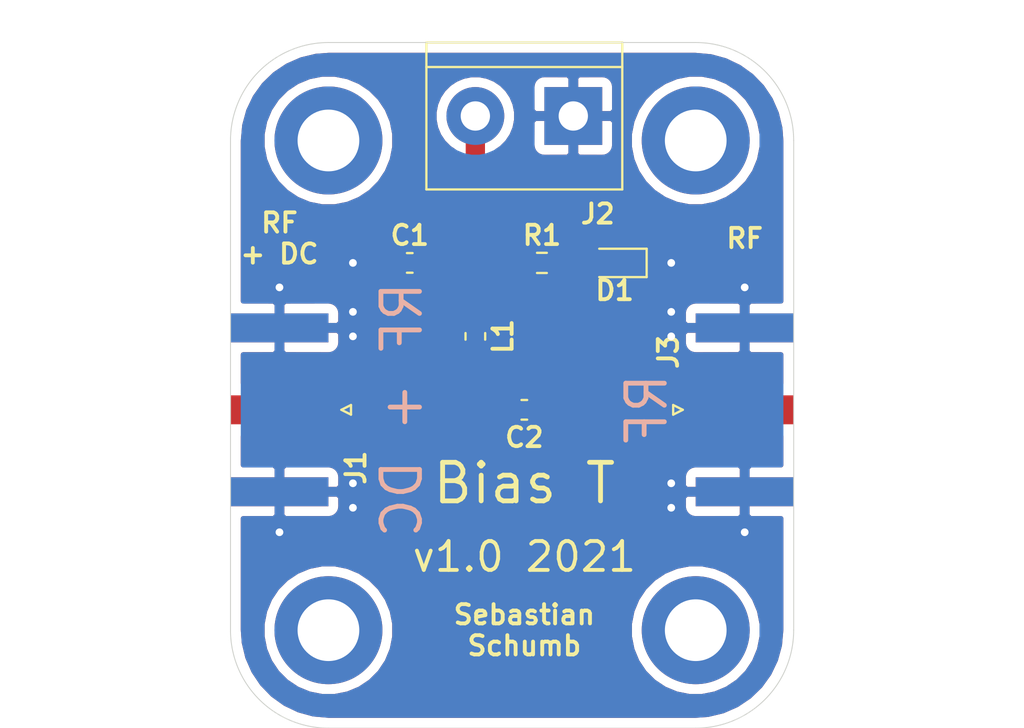
<source format=kicad_pcb>
(kicad_pcb (version 20171130) (host pcbnew 5.1.10)

  (general
    (thickness 1.6)
    (drawings 15)
    (tracks 23)
    (zones 0)
    (modules 12)
    (nets 6)
  )

  (page A4)
  (layers
    (0 F.Cu signal)
    (31 B.Cu signal)
    (32 B.Adhes user)
    (33 F.Adhes user)
    (34 B.Paste user)
    (35 F.Paste user)
    (36 B.SilkS user)
    (37 F.SilkS user)
    (38 B.Mask user)
    (39 F.Mask user)
    (40 Dwgs.User user)
    (41 Cmts.User user)
    (42 Eco1.User user)
    (43 Eco2.User user)
    (44 Edge.Cuts user)
    (45 Margin user)
    (46 B.CrtYd user)
    (47 F.CrtYd user)
    (48 B.Fab user)
    (49 F.Fab user)
  )

  (setup
    (last_trace_width 0.25)
    (user_trace_width 0.75)
    (user_trace_width 1)
    (trace_clearance 0.2)
    (zone_clearance 0.508)
    (zone_45_only no)
    (trace_min 0.2)
    (via_size 0.8)
    (via_drill 0.4)
    (via_min_size 0.4)
    (via_min_drill 0.3)
    (uvia_size 0.3)
    (uvia_drill 0.1)
    (uvias_allowed no)
    (uvia_min_size 0.2)
    (uvia_min_drill 0.1)
    (edge_width 0.05)
    (segment_width 0.2)
    (pcb_text_width 0.3)
    (pcb_text_size 1.5 1.5)
    (mod_edge_width 0.12)
    (mod_text_size 1 1)
    (mod_text_width 0.15)
    (pad_size 1.524 1.524)
    (pad_drill 0.762)
    (pad_to_mask_clearance 0)
    (aux_axis_origin 0 0)
    (visible_elements FFFFFF7F)
    (pcbplotparams
      (layerselection 0x010fc_ffffffff)
      (usegerberextensions false)
      (usegerberattributes true)
      (usegerberadvancedattributes true)
      (creategerberjobfile true)
      (excludeedgelayer true)
      (linewidth 0.100000)
      (plotframeref false)
      (viasonmask false)
      (mode 1)
      (useauxorigin false)
      (hpglpennumber 1)
      (hpglpenspeed 20)
      (hpglpendiameter 15.000000)
      (psnegative false)
      (psa4output false)
      (plotreference true)
      (plotvalue true)
      (plotinvisibletext false)
      (padsonsilk false)
      (subtractmaskfromsilk false)
      (outputformat 1)
      (mirror false)
      (drillshape 0)
      (scaleselection 1)
      (outputdirectory "gerbers"))
  )

  (net 0 "")
  (net 1 "Net-(C1-Pad2)")
  (net 2 GND)
  (net 3 "Net-(C2-Pad2)")
  (net 4 "Net-(C2-Pad1)")
  (net 5 "Net-(D1-Pad2)")

  (net_class Default "This is the default net class."
    (clearance 0.2)
    (trace_width 0.25)
    (via_dia 0.8)
    (via_drill 0.4)
    (uvia_dia 0.3)
    (uvia_drill 0.1)
    (add_net GND)
    (add_net "Net-(C1-Pad2)")
    (add_net "Net-(C2-Pad1)")
    (add_net "Net-(C2-Pad2)")
    (add_net "Net-(D1-Pad2)")
  )

  (module MountingHole:MountingHole_3.2mm_M3_DIN965_Pad (layer F.Cu) (tedit 56D1B4CB) (tstamp 614936B3)
    (at 128.27 100.33)
    (descr "Mounting Hole 3.2mm, M3, DIN965")
    (tags "mounting hole 3.2mm m3 din965")
    (attr virtual)
    (fp_text reference REF** (at 0 -3.8) (layer F.SilkS) hide
      (effects (font (size 1 1) (thickness 0.2)))
    )
    (fp_text value MountingHole_3.2mm_M3_DIN965_Pad (at 0 3.8) (layer F.Fab)
      (effects (font (size 1 1) (thickness 0.2)))
    )
    (fp_circle (center 0 0) (end 2.8 0) (layer Cmts.User) (width 0.15))
    (fp_circle (center 0 0) (end 3.05 0) (layer F.CrtYd) (width 0.05))
    (fp_text user %R (at 0.3 0) (layer F.Fab)
      (effects (font (size 1 1) (thickness 0.2)))
    )
    (pad 1 thru_hole circle (at 0 0) (size 5.6 5.6) (drill 3.2) (layers *.Cu *.Mask))
  )

  (module MountingHole:MountingHole_3.2mm_M3_DIN965_Pad (layer F.Cu) (tedit 56D1B4CB) (tstamp 61493696)
    (at 147.32 100.33)
    (descr "Mounting Hole 3.2mm, M3, DIN965")
    (tags "mounting hole 3.2mm m3 din965")
    (attr virtual)
    (fp_text reference REF** (at 0 -3.8) (layer F.SilkS) hide
      (effects (font (size 1 1) (thickness 0.2)))
    )
    (fp_text value MountingHole_3.2mm_M3_DIN965_Pad (at 0 3.8) (layer F.Fab)
      (effects (font (size 1 1) (thickness 0.2)))
    )
    (fp_circle (center 0 0) (end 2.8 0) (layer Cmts.User) (width 0.15))
    (fp_circle (center 0 0) (end 3.05 0) (layer F.CrtYd) (width 0.05))
    (fp_text user %R (at 0.3 0) (layer F.Fab)
      (effects (font (size 1 1) (thickness 0.2)))
    )
    (pad 1 thru_hole circle (at 0 0) (size 5.6 5.6) (drill 3.2) (layers *.Cu *.Mask))
  )

  (module MountingHole:MountingHole_3.2mm_M3_DIN965_Pad (layer F.Cu) (tedit 56D1B4CB) (tstamp 61493679)
    (at 128.27 74.93)
    (descr "Mounting Hole 3.2mm, M3, DIN965")
    (tags "mounting hole 3.2mm m3 din965")
    (attr virtual)
    (fp_text reference REF** (at 0 -3.8) (layer F.SilkS) hide
      (effects (font (size 1 1) (thickness 0.2)))
    )
    (fp_text value MountingHole_3.2mm_M3_DIN965_Pad (at 0 3.8) (layer F.Fab)
      (effects (font (size 1 1) (thickness 0.2)))
    )
    (fp_circle (center 0 0) (end 2.8 0) (layer Cmts.User) (width 0.15))
    (fp_circle (center 0 0) (end 3.05 0) (layer F.CrtYd) (width 0.05))
    (fp_text user %R (at 0.3 0) (layer F.Fab)
      (effects (font (size 1 1) (thickness 0.2)))
    )
    (pad 1 thru_hole circle (at 0 0) (size 5.6 5.6) (drill 3.2) (layers *.Cu *.Mask))
  )

  (module MountingHole:MountingHole_3.2mm_M3_DIN965_Pad (layer F.Cu) (tedit 56D1B4CB) (tstamp 6149365C)
    (at 147.32 74.93)
    (descr "Mounting Hole 3.2mm, M3, DIN965")
    (tags "mounting hole 3.2mm m3 din965")
    (attr virtual)
    (fp_text reference REF** (at 0 -3.8) (layer F.SilkS) hide
      (effects (font (size 1 1) (thickness 0.2)))
    )
    (fp_text value MountingHole_3.2mm_M3_DIN965_Pad (at 0 3.8) (layer F.Fab)
      (effects (font (size 1 1) (thickness 0.2)))
    )
    (fp_circle (center 0 0) (end 2.8 0) (layer Cmts.User) (width 0.15))
    (fp_circle (center 0 0) (end 3.05 0) (layer F.CrtYd) (width 0.05))
    (fp_text user %R (at 0.3 0) (layer F.Fab)
      (effects (font (size 1 1) (thickness 0.2)))
    )
    (pad 1 thru_hole circle (at 0 0) (size 5.6 5.6) (drill 3.2) (layers *.Cu *.Mask))
  )

  (module Resistor_SMD:R_0603_1608Metric_Pad0.98x0.95mm_HandSolder (layer F.Cu) (tedit 5F68FEEE) (tstamp 61492AB1)
    (at 139.3425 81.28)
    (descr "Resistor SMD 0603 (1608 Metric), square (rectangular) end terminal, IPC_7351 nominal with elongated pad for handsoldering. (Body size source: IPC-SM-782 page 72, https://www.pcb-3d.com/wordpress/wp-content/uploads/ipc-sm-782a_amendment_1_and_2.pdf), generated with kicad-footprint-generator")
    (tags "resistor handsolder")
    (path /6149FE4C)
    (attr smd)
    (fp_text reference R1 (at 0 -1.43) (layer F.SilkS)
      (effects (font (size 1 1) (thickness 0.2)))
    )
    (fp_text value R (at 0 1.43) (layer F.Fab)
      (effects (font (size 1 1) (thickness 0.2)))
    )
    (fp_line (start -0.8 0.4125) (end -0.8 -0.4125) (layer F.Fab) (width 0.1))
    (fp_line (start -0.8 -0.4125) (end 0.8 -0.4125) (layer F.Fab) (width 0.1))
    (fp_line (start 0.8 -0.4125) (end 0.8 0.4125) (layer F.Fab) (width 0.1))
    (fp_line (start 0.8 0.4125) (end -0.8 0.4125) (layer F.Fab) (width 0.1))
    (fp_line (start -0.254724 -0.5225) (end 0.254724 -0.5225) (layer F.SilkS) (width 0.12))
    (fp_line (start -0.254724 0.5225) (end 0.254724 0.5225) (layer F.SilkS) (width 0.12))
    (fp_line (start -1.65 0.73) (end -1.65 -0.73) (layer F.CrtYd) (width 0.05))
    (fp_line (start -1.65 -0.73) (end 1.65 -0.73) (layer F.CrtYd) (width 0.05))
    (fp_line (start 1.65 -0.73) (end 1.65 0.73) (layer F.CrtYd) (width 0.05))
    (fp_line (start 1.65 0.73) (end -1.65 0.73) (layer F.CrtYd) (width 0.05))
    (fp_text user %R (at 0 0) (layer F.Fab)
      (effects (font (size 0.4 0.4) (thickness 0.06)))
    )
    (pad 2 smd roundrect (at 0.9125 0) (size 0.975 0.95) (layers F.Cu F.Paste F.Mask) (roundrect_rratio 0.25)
      (net 5 "Net-(D1-Pad2)"))
    (pad 1 smd roundrect (at -0.9125 0) (size 0.975 0.95) (layers F.Cu F.Paste F.Mask) (roundrect_rratio 0.25)
      (net 1 "Net-(C1-Pad2)"))
    (model ${KISYS3DMOD}/Resistor_SMD.3dshapes/R_0603_1608Metric.wrl
      (at (xyz 0 0 0))
      (scale (xyz 1 1 1))
      (rotate (xyz 0 0 0))
    )
  )

  (module Inductor_SMD:L_0603_1608Metric_Pad1.05x0.95mm_HandSolder (layer F.Cu) (tedit 5F68FEF0) (tstamp 61492AA0)
    (at 135.89 85.09 270)
    (descr "Inductor SMD 0603 (1608 Metric), square (rectangular) end terminal, IPC_7351 nominal with elongated pad for handsoldering. (Body size source: http://www.tortai-tech.com/upload/download/2011102023233369053.pdf), generated with kicad-footprint-generator")
    (tags "inductor handsolder")
    (path /6148E6AB)
    (attr smd)
    (fp_text reference L1 (at 0 -1.43 90) (layer F.SilkS)
      (effects (font (size 1 1) (thickness 0.2)))
    )
    (fp_text value L (at 0 1.43 90) (layer F.Fab)
      (effects (font (size 1 1) (thickness 0.2)))
    )
    (fp_line (start -0.8 0.4) (end -0.8 -0.4) (layer F.Fab) (width 0.1))
    (fp_line (start -0.8 -0.4) (end 0.8 -0.4) (layer F.Fab) (width 0.1))
    (fp_line (start 0.8 -0.4) (end 0.8 0.4) (layer F.Fab) (width 0.1))
    (fp_line (start 0.8 0.4) (end -0.8 0.4) (layer F.Fab) (width 0.1))
    (fp_line (start -0.171267 -0.51) (end 0.171267 -0.51) (layer F.SilkS) (width 0.12))
    (fp_line (start -0.171267 0.51) (end 0.171267 0.51) (layer F.SilkS) (width 0.12))
    (fp_line (start -1.65 0.73) (end -1.65 -0.73) (layer F.CrtYd) (width 0.05))
    (fp_line (start -1.65 -0.73) (end 1.65 -0.73) (layer F.CrtYd) (width 0.05))
    (fp_line (start 1.65 -0.73) (end 1.65 0.73) (layer F.CrtYd) (width 0.05))
    (fp_line (start 1.65 0.73) (end -1.65 0.73) (layer F.CrtYd) (width 0.05))
    (fp_text user %R (at 0 0 90) (layer F.Fab)
      (effects (font (size 0.4 0.4) (thickness 0.06)))
    )
    (pad 2 smd roundrect (at 0.875 0 270) (size 1.05 0.95) (layers F.Cu F.Paste F.Mask) (roundrect_rratio 0.25)
      (net 3 "Net-(C2-Pad2)"))
    (pad 1 smd roundrect (at -0.875 0 270) (size 1.05 0.95) (layers F.Cu F.Paste F.Mask) (roundrect_rratio 0.25)
      (net 1 "Net-(C1-Pad2)"))
    (model ${KISYS3DMOD}/Inductor_SMD.3dshapes/L_0603_1608Metric.wrl
      (at (xyz 0 0 0))
      (scale (xyz 1 1 1))
      (rotate (xyz 0 0 0))
    )
  )

  (module Connector_Coaxial:SMA_Amphenol_132289_EdgeMount (layer F.Cu) (tedit 5A1C1810) (tstamp 61492A8F)
    (at 149.86 88.9)
    (descr http://www.amphenolrf.com/132289.html)
    (tags SMA)
    (path /6148D41E)
    (attr smd)
    (fp_text reference J3 (at -3.96 -3 90) (layer F.SilkS)
      (effects (font (size 1 1) (thickness 0.2)))
    )
    (fp_text value Conn_Coaxial (at 5 6) (layer F.Fab)
      (effects (font (size 1 1) (thickness 0.2)))
    )
    (fp_line (start -3.71 0.25) (end -3.21 0) (layer F.SilkS) (width 0.12))
    (fp_line (start -3.71 -0.25) (end -3.71 0.25) (layer F.SilkS) (width 0.12))
    (fp_line (start -3.21 0) (end -3.71 -0.25) (layer F.SilkS) (width 0.12))
    (fp_line (start 3.54 0) (end 2.54 0.75) (layer F.Fab) (width 0.1))
    (fp_line (start 2.54 -0.75) (end 3.54 0) (layer F.Fab) (width 0.1))
    (fp_line (start 14.47 -5.58) (end -3.04 -5.58) (layer F.CrtYd) (width 0.05))
    (fp_line (start 14.47 -5.58) (end 14.47 5.58) (layer F.CrtYd) (width 0.05))
    (fp_line (start 14.47 5.58) (end -3.04 5.58) (layer F.CrtYd) (width 0.05))
    (fp_line (start -3.04 5.58) (end -3.04 -5.58) (layer F.CrtYd) (width 0.05))
    (fp_line (start 14.47 -5.58) (end -3.04 -5.58) (layer B.CrtYd) (width 0.05))
    (fp_line (start 14.47 -5.58) (end 14.47 5.58) (layer B.CrtYd) (width 0.05))
    (fp_line (start 14.47 5.58) (end -3.04 5.58) (layer B.CrtYd) (width 0.05))
    (fp_line (start -3.04 5.58) (end -3.04 -5.58) (layer B.CrtYd) (width 0.05))
    (fp_line (start 4.445 -3.81) (end 13.97 -3.81) (layer F.Fab) (width 0.1))
    (fp_line (start 13.97 -3.81) (end 13.97 3.81) (layer F.Fab) (width 0.1))
    (fp_line (start 13.97 3.81) (end 4.445 3.81) (layer F.Fab) (width 0.1))
    (fp_line (start 4.445 5.08) (end 4.445 3.81) (layer F.Fab) (width 0.1))
    (fp_line (start 4.445 -3.81) (end 4.445 -5.08) (layer F.Fab) (width 0.1))
    (fp_line (start -1.91 -5.08) (end 4.445 -5.08) (layer F.Fab) (width 0.1))
    (fp_line (start -1.91 -5.08) (end -1.91 -3.81) (layer F.Fab) (width 0.1))
    (fp_line (start -1.91 -3.81) (end 2.54 -3.81) (layer F.Fab) (width 0.1))
    (fp_line (start 2.54 -3.81) (end 2.54 3.81) (layer F.Fab) (width 0.1))
    (fp_line (start 2.54 3.81) (end -1.91 3.81) (layer F.Fab) (width 0.1))
    (fp_line (start -1.91 3.81) (end -1.91 5.08) (layer F.Fab) (width 0.1))
    (fp_line (start -1.91 5.08) (end 4.445 5.08) (layer F.Fab) (width 0.1))
    (fp_text user %R (at 4.79 0 270) (layer F.Fab)
      (effects (font (size 1 1) (thickness 0.2)))
    )
    (pad 1 smd rect (at 0 0 90) (size 1.5 5.08) (layers F.Cu F.Paste F.Mask)
      (net 4 "Net-(C2-Pad1)"))
    (pad 2 smd rect (at 0 -4.25 90) (size 1.5 5.08) (layers F.Cu F.Paste F.Mask)
      (net 2 GND))
    (pad 2 smd rect (at 0 4.25 90) (size 1.5 5.08) (layers F.Cu F.Paste F.Mask)
      (net 2 GND))
    (pad 2 smd rect (at 0 -4.25 90) (size 1.5 5.08) (layers B.Cu B.Paste B.Mask)
      (net 2 GND))
    (pad 2 smd rect (at 0 4.25 90) (size 1.5 5.08) (layers B.Cu B.Paste B.Mask)
      (net 2 GND))
    (model ${KISYS3DMOD}/Connector_Coaxial.3dshapes/SMA_Amphenol_132289_EdgeMount.wrl
      (at (xyz 0 0 0))
      (scale (xyz 1 1 1))
      (rotate (xyz 0 0 0))
    )
  )

  (module TerminalBlock:TerminalBlock_bornier-2_P5.08mm (layer F.Cu) (tedit 59FF03AB) (tstamp 61492A6C)
    (at 140.97 73.66 180)
    (descr "simple 2-pin terminal block, pitch 5.08mm, revamped version of bornier2")
    (tags "terminal block bornier2")
    (path /61494469)
    (fp_text reference J2 (at -1.27 -5.08) (layer F.SilkS)
      (effects (font (size 1 1) (thickness 0.2)))
    )
    (fp_text value Conn_01x02 (at 2.54 5.08) (layer F.Fab)
      (effects (font (size 1 1) (thickness 0.2)))
    )
    (fp_line (start -2.41 2.55) (end 7.49 2.55) (layer F.Fab) (width 0.1))
    (fp_line (start -2.46 -3.75) (end -2.46 3.75) (layer F.Fab) (width 0.1))
    (fp_line (start -2.46 3.75) (end 7.54 3.75) (layer F.Fab) (width 0.1))
    (fp_line (start 7.54 3.75) (end 7.54 -3.75) (layer F.Fab) (width 0.1))
    (fp_line (start 7.54 -3.75) (end -2.46 -3.75) (layer F.Fab) (width 0.1))
    (fp_line (start 7.62 2.54) (end -2.54 2.54) (layer F.SilkS) (width 0.12))
    (fp_line (start 7.62 3.81) (end 7.62 -3.81) (layer F.SilkS) (width 0.12))
    (fp_line (start 7.62 -3.81) (end -2.54 -3.81) (layer F.SilkS) (width 0.12))
    (fp_line (start -2.54 -3.81) (end -2.54 3.81) (layer F.SilkS) (width 0.12))
    (fp_line (start -2.54 3.81) (end 7.62 3.81) (layer F.SilkS) (width 0.12))
    (fp_line (start -2.71 -4) (end 7.79 -4) (layer F.CrtYd) (width 0.05))
    (fp_line (start -2.71 -4) (end -2.71 4) (layer F.CrtYd) (width 0.05))
    (fp_line (start 7.79 4) (end 7.79 -4) (layer F.CrtYd) (width 0.05))
    (fp_line (start 7.79 4) (end -2.71 4) (layer F.CrtYd) (width 0.05))
    (fp_text user %R (at 2.54 0) (layer F.Fab)
      (effects (font (size 1 1) (thickness 0.2)))
    )
    (pad 2 thru_hole circle (at 5.08 0 180) (size 3 3) (drill 1.52) (layers *.Cu *.Mask)
      (net 1 "Net-(C1-Pad2)"))
    (pad 1 thru_hole rect (at 0 0 180) (size 3 3) (drill 1.52) (layers *.Cu *.Mask)
      (net 2 GND))
    (model ${KISYS3DMOD}/TerminalBlock.3dshapes/TerminalBlock_bornier-2_P5.08mm.wrl
      (offset (xyz 2.539999961853027 0 0))
      (scale (xyz 1 1 1))
      (rotate (xyz 0 0 0))
    )
  )

  (module Connector_Coaxial:SMA_Amphenol_132289_EdgeMount (layer F.Cu) (tedit 5A1C1810) (tstamp 61492A57)
    (at 125.73 88.9 180)
    (descr http://www.amphenolrf.com/132289.html)
    (tags SMA)
    (path /6148C8E0)
    (attr smd)
    (fp_text reference J1 (at -3.96 -3 90) (layer F.SilkS)
      (effects (font (size 1 1) (thickness 0.2)))
    )
    (fp_text value Conn_Coaxial (at 5 6) (layer F.Fab)
      (effects (font (size 1 1) (thickness 0.2)))
    )
    (fp_line (start -3.71 0.25) (end -3.21 0) (layer F.SilkS) (width 0.12))
    (fp_line (start -3.71 -0.25) (end -3.71 0.25) (layer F.SilkS) (width 0.12))
    (fp_line (start -3.21 0) (end -3.71 -0.25) (layer F.SilkS) (width 0.12))
    (fp_line (start 3.54 0) (end 2.54 0.75) (layer F.Fab) (width 0.1))
    (fp_line (start 2.54 -0.75) (end 3.54 0) (layer F.Fab) (width 0.1))
    (fp_line (start 14.47 -5.58) (end -3.04 -5.58) (layer F.CrtYd) (width 0.05))
    (fp_line (start 14.47 -5.58) (end 14.47 5.58) (layer F.CrtYd) (width 0.05))
    (fp_line (start 14.47 5.58) (end -3.04 5.58) (layer F.CrtYd) (width 0.05))
    (fp_line (start -3.04 5.58) (end -3.04 -5.58) (layer F.CrtYd) (width 0.05))
    (fp_line (start 14.47 -5.58) (end -3.04 -5.58) (layer B.CrtYd) (width 0.05))
    (fp_line (start 14.47 -5.58) (end 14.47 5.58) (layer B.CrtYd) (width 0.05))
    (fp_line (start 14.47 5.58) (end -3.04 5.58) (layer B.CrtYd) (width 0.05))
    (fp_line (start -3.04 5.58) (end -3.04 -5.58) (layer B.CrtYd) (width 0.05))
    (fp_line (start 4.445 -3.81) (end 13.97 -3.81) (layer F.Fab) (width 0.1))
    (fp_line (start 13.97 -3.81) (end 13.97 3.81) (layer F.Fab) (width 0.1))
    (fp_line (start 13.97 3.81) (end 4.445 3.81) (layer F.Fab) (width 0.1))
    (fp_line (start 4.445 5.08) (end 4.445 3.81) (layer F.Fab) (width 0.1))
    (fp_line (start 4.445 -3.81) (end 4.445 -5.08) (layer F.Fab) (width 0.1))
    (fp_line (start -1.91 -5.08) (end 4.445 -5.08) (layer F.Fab) (width 0.1))
    (fp_line (start -1.91 -5.08) (end -1.91 -3.81) (layer F.Fab) (width 0.1))
    (fp_line (start -1.91 -3.81) (end 2.54 -3.81) (layer F.Fab) (width 0.1))
    (fp_line (start 2.54 -3.81) (end 2.54 3.81) (layer F.Fab) (width 0.1))
    (fp_line (start 2.54 3.81) (end -1.91 3.81) (layer F.Fab) (width 0.1))
    (fp_line (start -1.91 3.81) (end -1.91 5.08) (layer F.Fab) (width 0.1))
    (fp_line (start -1.91 5.08) (end 4.445 5.08) (layer F.Fab) (width 0.1))
    (fp_text user %R (at 4.79 0 270) (layer F.Fab)
      (effects (font (size 1 1) (thickness 0.2)))
    )
    (pad 1 smd rect (at 0 0 270) (size 1.5 5.08) (layers F.Cu F.Paste F.Mask)
      (net 3 "Net-(C2-Pad2)"))
    (pad 2 smd rect (at 0 -4.25 270) (size 1.5 5.08) (layers F.Cu F.Paste F.Mask)
      (net 2 GND))
    (pad 2 smd rect (at 0 4.25 270) (size 1.5 5.08) (layers F.Cu F.Paste F.Mask)
      (net 2 GND))
    (pad 2 smd rect (at 0 -4.25 270) (size 1.5 5.08) (layers B.Cu B.Paste B.Mask)
      (net 2 GND))
    (pad 2 smd rect (at 0 4.25 270) (size 1.5 5.08) (layers B.Cu B.Paste B.Mask)
      (net 2 GND))
    (model ${KISYS3DMOD}/Connector_Coaxial.3dshapes/SMA_Amphenol_132289_EdgeMount.wrl
      (at (xyz 0 0 0))
      (scale (xyz 1 1 1))
      (rotate (xyz 0 0 0))
    )
  )

  (module LED_SMD:LED_0603_1608Metric_Pad1.05x0.95mm_HandSolder (layer F.Cu) (tedit 5F68FEF1) (tstamp 61492A34)
    (at 143.115 81.28 180)
    (descr "LED SMD 0603 (1608 Metric), square (rectangular) end terminal, IPC_7351 nominal, (Body size source: http://www.tortai-tech.com/upload/download/2011102023233369053.pdf), generated with kicad-footprint-generator")
    (tags "LED handsolder")
    (path /614A0B69)
    (attr smd)
    (fp_text reference D1 (at 0 -1.43) (layer F.SilkS)
      (effects (font (size 1 1) (thickness 0.2)))
    )
    (fp_text value LED (at 0 1.43) (layer F.Fab)
      (effects (font (size 1 1) (thickness 0.2)))
    )
    (fp_line (start 0.8 -0.4) (end -0.5 -0.4) (layer F.Fab) (width 0.1))
    (fp_line (start -0.5 -0.4) (end -0.8 -0.1) (layer F.Fab) (width 0.1))
    (fp_line (start -0.8 -0.1) (end -0.8 0.4) (layer F.Fab) (width 0.1))
    (fp_line (start -0.8 0.4) (end 0.8 0.4) (layer F.Fab) (width 0.1))
    (fp_line (start 0.8 0.4) (end 0.8 -0.4) (layer F.Fab) (width 0.1))
    (fp_line (start 0.8 -0.735) (end -1.66 -0.735) (layer F.SilkS) (width 0.12))
    (fp_line (start -1.66 -0.735) (end -1.66 0.735) (layer F.SilkS) (width 0.12))
    (fp_line (start -1.66 0.735) (end 0.8 0.735) (layer F.SilkS) (width 0.12))
    (fp_line (start -1.65 0.73) (end -1.65 -0.73) (layer F.CrtYd) (width 0.05))
    (fp_line (start -1.65 -0.73) (end 1.65 -0.73) (layer F.CrtYd) (width 0.05))
    (fp_line (start 1.65 -0.73) (end 1.65 0.73) (layer F.CrtYd) (width 0.05))
    (fp_line (start 1.65 0.73) (end -1.65 0.73) (layer F.CrtYd) (width 0.05))
    (fp_text user %R (at 0 0) (layer F.Fab)
      (effects (font (size 0.4 0.4) (thickness 0.06)))
    )
    (pad 2 smd roundrect (at 0.875 0 180) (size 1.05 0.95) (layers F.Cu F.Paste F.Mask) (roundrect_rratio 0.25)
      (net 5 "Net-(D1-Pad2)"))
    (pad 1 smd roundrect (at -0.875 0 180) (size 1.05 0.95) (layers F.Cu F.Paste F.Mask) (roundrect_rratio 0.25)
      (net 2 GND))
    (model ${KISYS3DMOD}/LED_SMD.3dshapes/LED_0603_1608Metric.wrl
      (at (xyz 0 0 0))
      (scale (xyz 1 1 1))
      (rotate (xyz 0 0 0))
    )
  )

  (module Capacitor_SMD:C_0603_1608Metric_Pad1.08x0.95mm_HandSolder (layer F.Cu) (tedit 5F68FEEF) (tstamp 61492A21)
    (at 138.43 88.9 180)
    (descr "Capacitor SMD 0603 (1608 Metric), square (rectangular) end terminal, IPC_7351 nominal with elongated pad for handsoldering. (Body size source: IPC-SM-782 page 76, https://www.pcb-3d.com/wordpress/wp-content/uploads/ipc-sm-782a_amendment_1_and_2.pdf), generated with kicad-footprint-generator")
    (tags "capacitor handsolder")
    (path /6148DF86)
    (attr smd)
    (fp_text reference C2 (at 0 -1.43) (layer F.SilkS)
      (effects (font (size 1 1) (thickness 0.2)))
    )
    (fp_text value C (at 0 1.43) (layer F.Fab)
      (effects (font (size 1 1) (thickness 0.2)))
    )
    (fp_line (start -0.8 0.4) (end -0.8 -0.4) (layer F.Fab) (width 0.1))
    (fp_line (start -0.8 -0.4) (end 0.8 -0.4) (layer F.Fab) (width 0.1))
    (fp_line (start 0.8 -0.4) (end 0.8 0.4) (layer F.Fab) (width 0.1))
    (fp_line (start 0.8 0.4) (end -0.8 0.4) (layer F.Fab) (width 0.1))
    (fp_line (start -0.146267 -0.51) (end 0.146267 -0.51) (layer F.SilkS) (width 0.12))
    (fp_line (start -0.146267 0.51) (end 0.146267 0.51) (layer F.SilkS) (width 0.12))
    (fp_line (start -1.65 0.73) (end -1.65 -0.73) (layer F.CrtYd) (width 0.05))
    (fp_line (start -1.65 -0.73) (end 1.65 -0.73) (layer F.CrtYd) (width 0.05))
    (fp_line (start 1.65 -0.73) (end 1.65 0.73) (layer F.CrtYd) (width 0.05))
    (fp_line (start 1.65 0.73) (end -1.65 0.73) (layer F.CrtYd) (width 0.05))
    (fp_text user %R (at 0 0) (layer F.Fab)
      (effects (font (size 0.4 0.4) (thickness 0.06)))
    )
    (pad 2 smd roundrect (at 0.8625 0 180) (size 1.075 0.95) (layers F.Cu F.Paste F.Mask) (roundrect_rratio 0.25)
      (net 3 "Net-(C2-Pad2)"))
    (pad 1 smd roundrect (at -0.8625 0 180) (size 1.075 0.95) (layers F.Cu F.Paste F.Mask) (roundrect_rratio 0.25)
      (net 4 "Net-(C2-Pad1)"))
    (model ${KISYS3DMOD}/Capacitor_SMD.3dshapes/C_0603_1608Metric.wrl
      (at (xyz 0 0 0))
      (scale (xyz 1 1 1))
      (rotate (xyz 0 0 0))
    )
  )

  (module Capacitor_SMD:C_0603_1608Metric_Pad1.08x0.95mm_HandSolder (layer F.Cu) (tedit 5F68FEEF) (tstamp 61492A10)
    (at 132.4875 81.28)
    (descr "Capacitor SMD 0603 (1608 Metric), square (rectangular) end terminal, IPC_7351 nominal with elongated pad for handsoldering. (Body size source: IPC-SM-782 page 76, https://www.pcb-3d.com/wordpress/wp-content/uploads/ipc-sm-782a_amendment_1_and_2.pdf), generated with kicad-footprint-generator")
    (tags "capacitor handsolder")
    (path /6148F08A)
    (attr smd)
    (fp_text reference C1 (at 0 -1.43) (layer F.SilkS)
      (effects (font (size 1 1) (thickness 0.2)))
    )
    (fp_text value C (at 0 1.43) (layer F.Fab)
      (effects (font (size 1 1) (thickness 0.2)))
    )
    (fp_line (start -0.8 0.4) (end -0.8 -0.4) (layer F.Fab) (width 0.1))
    (fp_line (start -0.8 -0.4) (end 0.8 -0.4) (layer F.Fab) (width 0.1))
    (fp_line (start 0.8 -0.4) (end 0.8 0.4) (layer F.Fab) (width 0.1))
    (fp_line (start 0.8 0.4) (end -0.8 0.4) (layer F.Fab) (width 0.1))
    (fp_line (start -0.146267 -0.51) (end 0.146267 -0.51) (layer F.SilkS) (width 0.12))
    (fp_line (start -0.146267 0.51) (end 0.146267 0.51) (layer F.SilkS) (width 0.12))
    (fp_line (start -1.65 0.73) (end -1.65 -0.73) (layer F.CrtYd) (width 0.05))
    (fp_line (start -1.65 -0.73) (end 1.65 -0.73) (layer F.CrtYd) (width 0.05))
    (fp_line (start 1.65 -0.73) (end 1.65 0.73) (layer F.CrtYd) (width 0.05))
    (fp_line (start 1.65 0.73) (end -1.65 0.73) (layer F.CrtYd) (width 0.05))
    (fp_text user %R (at 0 0) (layer F.Fab)
      (effects (font (size 0.4 0.4) (thickness 0.06)))
    )
    (pad 2 smd roundrect (at 0.8625 0) (size 1.075 0.95) (layers F.Cu F.Paste F.Mask) (roundrect_rratio 0.25)
      (net 1 "Net-(C1-Pad2)"))
    (pad 1 smd roundrect (at -0.8625 0) (size 1.075 0.95) (layers F.Cu F.Paste F.Mask) (roundrect_rratio 0.25)
      (net 2 GND))
    (model ${KISYS3DMOD}/Capacitor_SMD.3dshapes/C_0603_1608Metric.wrl
      (at (xyz 0 0 0))
      (scale (xyz 1 1 1))
      (rotate (xyz 0 0 0))
    )
  )

  (gr_text RF (at 144.78 88.9 90) (layer B.SilkS)
    (effects (font (size 2 2) (thickness 0.25)) (justify mirror))
  )
  (gr_text "RF + DC" (at 132.08 88.9 90) (layer B.SilkS)
    (effects (font (size 2 2) (thickness 0.25)) (justify mirror))
  )
  (gr_text "Sebastian\nSchumb" (at 138.43 100.33) (layer F.SilkS)
    (effects (font (size 1 1) (thickness 0.2)))
  )
  (gr_text "v1.0 2021" (at 138.43 96.52) (layer F.SilkS)
    (effects (font (size 1.5 1.5) (thickness 0.2)))
  )
  (gr_text RF (at 149.86 80.01) (layer F.SilkS)
    (effects (font (size 1 1) (thickness 0.2)))
  )
  (gr_text "RF\n+ DC" (at 125.73 80.01) (layer F.SilkS)
    (effects (font (size 1 1) (thickness 0.2)))
  )
  (gr_text "Bias T" (at 138.43 92.71) (layer F.SilkS)
    (effects (font (size 2 2) (thickness 0.25)))
  )
  (gr_line (start 123.19 74.93) (end 123.19 100.33) (layer Edge.Cuts) (width 0.05) (tstamp 614936E0))
  (gr_line (start 147.32 69.85) (end 128.27 69.85) (layer Edge.Cuts) (width 0.05) (tstamp 614936DF))
  (gr_line (start 152.4 100.33) (end 152.4 74.93) (layer Edge.Cuts) (width 0.05) (tstamp 614936DE))
  (gr_line (start 128.27 105.41) (end 147.32 105.41) (layer Edge.Cuts) (width 0.05) (tstamp 614936DD))
  (gr_arc (start 147.32 100.33) (end 147.32 105.41) (angle -90) (layer Edge.Cuts) (width 0.05))
  (gr_arc (start 128.27 100.33) (end 123.19 100.33) (angle -90) (layer Edge.Cuts) (width 0.05))
  (gr_arc (start 128.27 74.93) (end 128.27 69.85) (angle -90) (layer Edge.Cuts) (width 0.05))
  (gr_arc (start 147.32 74.93) (end 152.4 74.93) (angle -90) (layer Edge.Cuts) (width 0.05))

  (segment (start 133.35 81.28) (end 135.89 81.28) (width 1) (layer F.Cu) (net 1))
  (segment (start 135.89 81.28) (end 135.89 73.66) (width 1) (layer F.Cu) (net 1))
  (segment (start 135.89 84.215) (end 135.89 81.28) (width 1) (layer F.Cu) (net 1))
  (segment (start 135.89 81.28) (end 138.43 81.28) (width 1) (layer F.Cu) (net 1))
  (via (at 129.54 92.71) (size 0.8) (drill 0.4) (layers F.Cu B.Cu) (net 2))
  (via (at 129.54 93.98) (size 0.8) (drill 0.4) (layers F.Cu B.Cu) (net 2))
  (via (at 125.73 95.25) (size 0.8) (drill 0.4) (layers F.Cu B.Cu) (net 2))
  (via (at 125.73 82.55) (size 0.8) (drill 0.4) (layers F.Cu B.Cu) (net 2))
  (via (at 129.54 85.09) (size 0.8) (drill 0.4) (layers F.Cu B.Cu) (net 2))
  (via (at 129.54 83.82) (size 0.8) (drill 0.4) (layers F.Cu B.Cu) (net 2))
  (via (at 146.05 85.09) (size 0.8) (drill 0.4) (layers F.Cu B.Cu) (net 2))
  (via (at 146.05 83.82) (size 0.8) (drill 0.4) (layers F.Cu B.Cu) (net 2))
  (via (at 149.86 82.55) (size 0.8) (drill 0.4) (layers F.Cu B.Cu) (net 2))
  (via (at 149.86 95.25) (size 0.8) (drill 0.4) (layers F.Cu B.Cu) (net 2))
  (via (at 146.05 93.98) (size 0.8) (drill 0.4) (layers F.Cu B.Cu) (net 2))
  (via (at 146.05 92.71) (size 0.8) (drill 0.4) (layers F.Cu B.Cu) (net 2))
  (via (at 146.05 81.28) (size 0.8) (drill 0.4) (layers F.Cu B.Cu) (net 2))
  (via (at 129.54 81.28) (size 0.8) (drill 0.4) (layers F.Cu B.Cu) (net 2))
  (segment (start 135.89 88.9) (end 135.89 85.965) (width 1) (layer F.Cu) (net 3))
  (segment (start 125.73 88.9) (end 135.89 88.9) (width 1) (layer F.Cu) (net 3))
  (segment (start 135.89 88.9) (end 137.5675 88.9) (width 1) (layer F.Cu) (net 3))
  (segment (start 139.2925 88.9) (end 149.86 88.9) (width 1) (layer F.Cu) (net 4))
  (segment (start 140.255 81.28) (end 142.24 81.28) (width 1) (layer F.Cu) (net 5))

  (zone (net 2) (net_name GND) (layer F.Cu) (tstamp 614A3752) (hatch edge 0.508)
    (connect_pads (clearance 0.508))
    (min_thickness 0.254)
    (fill yes (arc_segments 32) (thermal_gap 0.508) (thermal_bridge_width 0.508))
    (polygon
      (pts
        (xy 152.4 105.41) (xy 123.19 105.41) (xy 123.19 69.85) (xy 152.4 69.85)
      )
    )
    (filled_polygon
      (pts
        (xy 138.506058 89.865512) (xy 138.657433 89.946423) (xy 138.821684 89.996248) (xy 138.9925 90.013072) (xy 139.051854 90.013072)
        (xy 139.070001 90.018577) (xy 139.236748 90.035) (xy 146.814499 90.035) (xy 146.868815 90.101185) (xy 146.965506 90.180537)
        (xy 147.07582 90.239502) (xy 147.195518 90.275812) (xy 147.32 90.288072) (xy 151.74 90.288072) (xy 151.74 91.762827)
        (xy 150.14575 91.765) (xy 149.987 91.92375) (xy 149.987 93.023) (xy 150.007 93.023) (xy 150.007 93.277)
        (xy 149.987 93.277) (xy 149.987 94.37625) (xy 150.14575 94.535) (xy 151.74 94.537173) (xy 151.74 100.300608)
        (xy 151.667563 101.112249) (xy 151.460328 101.869774) (xy 151.122221 102.578627) (xy 150.663928 103.21641) (xy 150.099945 103.762946)
        (xy 149.448085 104.200978) (xy 148.728963 104.516651) (xy 147.960232 104.701206) (xy 147.295792 104.75) (xy 128.299392 104.75)
        (xy 127.487751 104.677563) (xy 126.730226 104.470328) (xy 126.021373 104.132221) (xy 125.38359 103.673928) (xy 124.837054 103.109945)
        (xy 124.399022 102.458085) (xy 124.083349 101.738963) (xy 123.898794 100.970232) (xy 123.85 100.305792) (xy 123.85 99.991682)
        (xy 124.835 99.991682) (xy 124.835 100.668318) (xy 124.967006 101.331952) (xy 125.225943 101.957082) (xy 125.601862 102.519685)
        (xy 126.080315 102.998138) (xy 126.642918 103.374057) (xy 127.268048 103.632994) (xy 127.931682 103.765) (xy 128.608318 103.765)
        (xy 129.271952 103.632994) (xy 129.897082 103.374057) (xy 130.459685 102.998138) (xy 130.938138 102.519685) (xy 131.314057 101.957082)
        (xy 131.572994 101.331952) (xy 131.705 100.668318) (xy 131.705 99.991682) (xy 143.885 99.991682) (xy 143.885 100.668318)
        (xy 144.017006 101.331952) (xy 144.275943 101.957082) (xy 144.651862 102.519685) (xy 145.130315 102.998138) (xy 145.692918 103.374057)
        (xy 146.318048 103.632994) (xy 146.981682 103.765) (xy 147.658318 103.765) (xy 148.321952 103.632994) (xy 148.947082 103.374057)
        (xy 149.509685 102.998138) (xy 149.988138 102.519685) (xy 150.364057 101.957082) (xy 150.622994 101.331952) (xy 150.755 100.668318)
        (xy 150.755 99.991682) (xy 150.622994 99.328048) (xy 150.364057 98.702918) (xy 149.988138 98.140315) (xy 149.509685 97.661862)
        (xy 148.947082 97.285943) (xy 148.321952 97.027006) (xy 147.658318 96.895) (xy 146.981682 96.895) (xy 146.318048 97.027006)
        (xy 145.692918 97.285943) (xy 145.130315 97.661862) (xy 144.651862 98.140315) (xy 144.275943 98.702918) (xy 144.017006 99.328048)
        (xy 143.885 99.991682) (xy 131.705 99.991682) (xy 131.572994 99.328048) (xy 131.314057 98.702918) (xy 130.938138 98.140315)
        (xy 130.459685 97.661862) (xy 129.897082 97.285943) (xy 129.271952 97.027006) (xy 128.608318 96.895) (xy 127.931682 96.895)
        (xy 127.268048 97.027006) (xy 126.642918 97.285943) (xy 126.080315 97.661862) (xy 125.601862 98.140315) (xy 125.225943 98.702918)
        (xy 124.967006 99.328048) (xy 124.835 99.991682) (xy 123.85 99.991682) (xy 123.85 94.537173) (xy 125.44425 94.535)
        (xy 125.603 94.37625) (xy 125.603 93.277) (xy 125.857 93.277) (xy 125.857 94.37625) (xy 126.01575 94.535)
        (xy 128.27 94.538072) (xy 128.394482 94.525812) (xy 128.51418 94.489502) (xy 128.624494 94.430537) (xy 128.721185 94.351185)
        (xy 128.800537 94.254494) (xy 128.859502 94.14418) (xy 128.895812 94.024482) (xy 128.908072 93.9) (xy 146.681928 93.9)
        (xy 146.694188 94.024482) (xy 146.730498 94.14418) (xy 146.789463 94.254494) (xy 146.868815 94.351185) (xy 146.965506 94.430537)
        (xy 147.07582 94.489502) (xy 147.195518 94.525812) (xy 147.32 94.538072) (xy 149.57425 94.535) (xy 149.733 94.37625)
        (xy 149.733 93.277) (xy 146.84375 93.277) (xy 146.685 93.43575) (xy 146.681928 93.9) (xy 128.908072 93.9)
        (xy 128.905 93.43575) (xy 128.74625 93.277) (xy 125.857 93.277) (xy 125.603 93.277) (xy 125.583 93.277)
        (xy 125.583 93.023) (xy 125.603 93.023) (xy 125.603 91.92375) (xy 125.857 91.92375) (xy 125.857 93.023)
        (xy 128.74625 93.023) (xy 128.905 92.86425) (xy 128.908072 92.4) (xy 146.681928 92.4) (xy 146.685 92.86425)
        (xy 146.84375 93.023) (xy 149.733 93.023) (xy 149.733 91.92375) (xy 149.57425 91.765) (xy 147.32 91.761928)
        (xy 147.195518 91.774188) (xy 147.07582 91.810498) (xy 146.965506 91.869463) (xy 146.868815 91.948815) (xy 146.789463 92.045506)
        (xy 146.730498 92.15582) (xy 146.694188 92.275518) (xy 146.681928 92.4) (xy 128.908072 92.4) (xy 128.895812 92.275518)
        (xy 128.859502 92.15582) (xy 128.800537 92.045506) (xy 128.721185 91.948815) (xy 128.624494 91.869463) (xy 128.51418 91.810498)
        (xy 128.394482 91.774188) (xy 128.27 91.761928) (xy 126.01575 91.765) (xy 125.857 91.92375) (xy 125.603 91.92375)
        (xy 125.44425 91.765) (xy 123.85 91.762827) (xy 123.85 90.288072) (xy 128.27 90.288072) (xy 128.394482 90.275812)
        (xy 128.51418 90.239502) (xy 128.624494 90.180537) (xy 128.721185 90.101185) (xy 128.775501 90.035) (xy 135.834248 90.035)
        (xy 135.89 90.040491) (xy 135.945751 90.035) (xy 137.623252 90.035) (xy 137.789999 90.018577) (xy 137.808146 90.013072)
        (xy 137.8675 90.013072) (xy 138.038316 89.996248) (xy 138.202567 89.946423) (xy 138.353942 89.865512) (xy 138.43 89.803093)
      )
    )
    (filled_polygon
      (pts
        (xy 148.102249 70.582437) (xy 148.859774 70.789672) (xy 149.568625 71.127777) (xy 150.206404 71.586067) (xy 150.752946 72.150055)
        (xy 151.190977 72.801913) (xy 151.506651 73.521038) (xy 151.691206 74.289768) (xy 151.740001 74.954221) (xy 151.740001 83.262827)
        (xy 150.14575 83.265) (xy 149.987 83.42375) (xy 149.987 84.523) (xy 150.007 84.523) (xy 150.007 84.777)
        (xy 149.987 84.777) (xy 149.987 85.87625) (xy 150.14575 86.035) (xy 151.740001 86.037173) (xy 151.740001 87.511928)
        (xy 147.32 87.511928) (xy 147.195518 87.524188) (xy 147.07582 87.560498) (xy 146.965506 87.619463) (xy 146.868815 87.698815)
        (xy 146.814499 87.765) (xy 139.236748 87.765) (xy 139.070001 87.781423) (xy 139.051854 87.786928) (xy 138.9925 87.786928)
        (xy 138.821684 87.803752) (xy 138.657433 87.853577) (xy 138.506058 87.934488) (xy 138.43 87.996907) (xy 138.353942 87.934488)
        (xy 138.202567 87.853577) (xy 138.038316 87.803752) (xy 137.8675 87.786928) (xy 137.808146 87.786928) (xy 137.789999 87.781423)
        (xy 137.623252 87.765) (xy 137.025 87.765) (xy 137.025 85.909248) (xy 137.008577 85.742501) (xy 137.003072 85.724354)
        (xy 137.003072 85.6775) (xy 136.986248 85.506684) (xy 136.953886 85.4) (xy 146.681928 85.4) (xy 146.694188 85.524482)
        (xy 146.730498 85.64418) (xy 146.789463 85.754494) (xy 146.868815 85.851185) (xy 146.965506 85.930537) (xy 147.07582 85.989502)
        (xy 147.195518 86.025812) (xy 147.32 86.038072) (xy 149.57425 86.035) (xy 149.733 85.87625) (xy 149.733 84.777)
        (xy 146.84375 84.777) (xy 146.685 84.93575) (xy 146.681928 85.4) (xy 136.953886 85.4) (xy 136.936423 85.342433)
        (xy 136.855512 85.191058) (xy 136.772575 85.09) (xy 136.855512 84.988942) (xy 136.936423 84.837567) (xy 136.986248 84.673316)
        (xy 137.003072 84.5025) (xy 137.003072 84.455646) (xy 137.008577 84.437499) (xy 137.025 84.270752) (xy 137.025 83.9)
        (xy 146.681928 83.9) (xy 146.685 84.36425) (xy 146.84375 84.523) (xy 149.733 84.523) (xy 149.733 83.42375)
        (xy 149.57425 83.265) (xy 147.32 83.261928) (xy 147.195518 83.274188) (xy 147.07582 83.310498) (xy 146.965506 83.369463)
        (xy 146.868815 83.448815) (xy 146.789463 83.545506) (xy 146.730498 83.65582) (xy 146.694188 83.775518) (xy 146.681928 83.9)
        (xy 137.025 83.9) (xy 137.025 82.415) (xy 138.485752 82.415) (xy 138.652499 82.398577) (xy 138.670646 82.393072)
        (xy 138.68 82.393072) (xy 138.850816 82.376248) (xy 139.015067 82.326423) (xy 139.166442 82.245512) (xy 139.299123 82.136623)
        (xy 139.3425 82.083768) (xy 139.385877 82.136623) (xy 139.518558 82.245512) (xy 139.669933 82.326423) (xy 139.834184 82.376248)
        (xy 140.005 82.393072) (xy 140.014354 82.393072) (xy 140.032501 82.398577) (xy 140.199248 82.415) (xy 142.295752 82.415)
        (xy 142.462499 82.398577) (xy 142.480646 82.393072) (xy 142.5275 82.393072) (xy 142.698316 82.376248) (xy 142.862567 82.326423)
        (xy 143.013942 82.245512) (xy 143.037839 82.225901) (xy 143.110506 82.285537) (xy 143.22082 82.344502) (xy 143.340518 82.380812)
        (xy 143.465 82.393072) (xy 143.70425 82.39) (xy 143.863 82.23125) (xy 143.863 81.407) (xy 144.117 81.407)
        (xy 144.117 82.23125) (xy 144.27575 82.39) (xy 144.515 82.393072) (xy 144.639482 82.380812) (xy 144.75918 82.344502)
        (xy 144.869494 82.285537) (xy 144.966185 82.206185) (xy 145.045537 82.109494) (xy 145.104502 81.99918) (xy 145.140812 81.879482)
        (xy 145.153072 81.755) (xy 145.15 81.56575) (xy 144.99125 81.407) (xy 144.117 81.407) (xy 143.863 81.407)
        (xy 143.843 81.407) (xy 143.843 81.153) (xy 143.863 81.153) (xy 143.863 80.32875) (xy 144.117 80.32875)
        (xy 144.117 81.153) (xy 144.99125 81.153) (xy 145.15 80.99425) (xy 145.153072 80.805) (xy 145.140812 80.680518)
        (xy 145.104502 80.56082) (xy 145.045537 80.450506) (xy 144.966185 80.353815) (xy 144.869494 80.274463) (xy 144.75918 80.215498)
        (xy 144.639482 80.179188) (xy 144.515 80.166928) (xy 144.27575 80.17) (xy 144.117 80.32875) (xy 143.863 80.32875)
        (xy 143.70425 80.17) (xy 143.465 80.166928) (xy 143.340518 80.179188) (xy 143.22082 80.215498) (xy 143.110506 80.274463)
        (xy 143.037839 80.334099) (xy 143.013942 80.314488) (xy 142.862567 80.233577) (xy 142.698316 80.183752) (xy 142.5275 80.166928)
        (xy 142.480646 80.166928) (xy 142.462499 80.161423) (xy 142.295752 80.145) (xy 140.199248 80.145) (xy 140.032501 80.161423)
        (xy 140.014354 80.166928) (xy 140.005 80.166928) (xy 139.834184 80.183752) (xy 139.669933 80.233577) (xy 139.518558 80.314488)
        (xy 139.385877 80.423377) (xy 139.3425 80.476232) (xy 139.299123 80.423377) (xy 139.166442 80.314488) (xy 139.015067 80.233577)
        (xy 138.850816 80.183752) (xy 138.68 80.166928) (xy 138.670646 80.166928) (xy 138.652499 80.161423) (xy 138.485752 80.145)
        (xy 137.025 80.145) (xy 137.025 75.46936) (xy 137.250983 75.318363) (xy 137.409346 75.16) (xy 138.831928 75.16)
        (xy 138.844188 75.284482) (xy 138.880498 75.40418) (xy 138.939463 75.514494) (xy 139.018815 75.611185) (xy 139.115506 75.690537)
        (xy 139.22582 75.749502) (xy 139.345518 75.785812) (xy 139.47 75.798072) (xy 140.68425 75.795) (xy 140.843 75.63625)
        (xy 140.843 73.787) (xy 141.097 73.787) (xy 141.097 75.63625) (xy 141.25575 75.795) (xy 142.47 75.798072)
        (xy 142.594482 75.785812) (xy 142.71418 75.749502) (xy 142.824494 75.690537) (xy 142.921185 75.611185) (xy 143.000537 75.514494)
        (xy 143.059502 75.40418) (xy 143.095812 75.284482) (xy 143.108072 75.16) (xy 143.106635 74.591682) (xy 143.885 74.591682)
        (xy 143.885 75.268318) (xy 144.017006 75.931952) (xy 144.275943 76.557082) (xy 144.651862 77.119685) (xy 145.130315 77.598138)
        (xy 145.692918 77.974057) (xy 146.318048 78.232994) (xy 146.981682 78.365) (xy 147.658318 78.365) (xy 148.321952 78.232994)
        (xy 148.947082 77.974057) (xy 149.509685 77.598138) (xy 149.988138 77.119685) (xy 150.364057 76.557082) (xy 150.622994 75.931952)
        (xy 150.755 75.268318) (xy 150.755 74.591682) (xy 150.622994 73.928048) (xy 150.364057 73.302918) (xy 149.988138 72.740315)
        (xy 149.509685 72.261862) (xy 148.947082 71.885943) (xy 148.321952 71.627006) (xy 147.658318 71.495) (xy 146.981682 71.495)
        (xy 146.318048 71.627006) (xy 145.692918 71.885943) (xy 145.130315 72.261862) (xy 144.651862 72.740315) (xy 144.275943 73.302918)
        (xy 144.017006 73.928048) (xy 143.885 74.591682) (xy 143.106635 74.591682) (xy 143.105 73.94575) (xy 142.94625 73.787)
        (xy 141.097 73.787) (xy 140.843 73.787) (xy 138.99375 73.787) (xy 138.835 73.94575) (xy 138.831928 75.16)
        (xy 137.409346 75.16) (xy 137.548363 75.020983) (xy 137.782012 74.671302) (xy 137.942953 74.282756) (xy 138.025 73.870279)
        (xy 138.025 73.449721) (xy 137.942953 73.037244) (xy 137.782012 72.648698) (xy 137.548363 72.299017) (xy 137.409346 72.16)
        (xy 138.831928 72.16) (xy 138.835 73.37425) (xy 138.99375 73.533) (xy 140.843 73.533) (xy 140.843 71.68375)
        (xy 141.097 71.68375) (xy 141.097 73.533) (xy 142.94625 73.533) (xy 143.105 73.37425) (xy 143.108072 72.16)
        (xy 143.095812 72.035518) (xy 143.059502 71.91582) (xy 143.000537 71.805506) (xy 142.921185 71.708815) (xy 142.824494 71.629463)
        (xy 142.71418 71.570498) (xy 142.594482 71.534188) (xy 142.47 71.521928) (xy 141.25575 71.525) (xy 141.097 71.68375)
        (xy 140.843 71.68375) (xy 140.68425 71.525) (xy 139.47 71.521928) (xy 139.345518 71.534188) (xy 139.22582 71.570498)
        (xy 139.115506 71.629463) (xy 139.018815 71.708815) (xy 138.939463 71.805506) (xy 138.880498 71.91582) (xy 138.844188 72.035518)
        (xy 138.831928 72.16) (xy 137.409346 72.16) (xy 137.250983 72.001637) (xy 136.901302 71.767988) (xy 136.512756 71.607047)
        (xy 136.100279 71.525) (xy 135.679721 71.525) (xy 135.267244 71.607047) (xy 134.878698 71.767988) (xy 134.529017 72.001637)
        (xy 134.231637 72.299017) (xy 133.997988 72.648698) (xy 133.837047 73.037244) (xy 133.755 73.449721) (xy 133.755 73.870279)
        (xy 133.837047 74.282756) (xy 133.997988 74.671302) (xy 134.231637 75.020983) (xy 134.529017 75.318363) (xy 134.755001 75.46936)
        (xy 134.755 80.145) (xy 133.294248 80.145) (xy 133.127501 80.161423) (xy 133.109354 80.166928) (xy 133.05 80.166928)
        (xy 132.879184 80.183752) (xy 132.714933 80.233577) (xy 132.564894 80.313774) (xy 132.516994 80.274463) (xy 132.40668 80.215498)
        (xy 132.286982 80.179188) (xy 132.1625 80.166928) (xy 131.91075 80.17) (xy 131.752 80.32875) (xy 131.752 81.153)
        (xy 131.772 81.153) (xy 131.772 81.407) (xy 131.752 81.407) (xy 131.752 82.23125) (xy 131.91075 82.39)
        (xy 132.1625 82.393072) (xy 132.286982 82.380812) (xy 132.40668 82.344502) (xy 132.516994 82.285537) (xy 132.564894 82.246226)
        (xy 132.714933 82.326423) (xy 132.879184 82.376248) (xy 133.05 82.393072) (xy 133.109354 82.393072) (xy 133.127501 82.398577)
        (xy 133.294248 82.415) (xy 134.755001 82.415) (xy 134.755 84.270751) (xy 134.771423 84.437498) (xy 134.776928 84.455645)
        (xy 134.776928 84.5025) (xy 134.793752 84.673316) (xy 134.843577 84.837567) (xy 134.924488 84.988942) (xy 135.007425 85.09)
        (xy 134.924488 85.191058) (xy 134.843577 85.342433) (xy 134.793752 85.506684) (xy 134.776928 85.6775) (xy 134.776928 85.724357)
        (xy 134.771424 85.742501) (xy 134.755001 85.909248) (xy 134.755 87.765) (xy 128.775501 87.765) (xy 128.721185 87.698815)
        (xy 128.624494 87.619463) (xy 128.51418 87.560498) (xy 128.394482 87.524188) (xy 128.27 87.511928) (xy 123.85 87.511928)
        (xy 123.85 86.037173) (xy 125.44425 86.035) (xy 125.603 85.87625) (xy 125.603 84.777) (xy 125.857 84.777)
        (xy 125.857 85.87625) (xy 126.01575 86.035) (xy 128.27 86.038072) (xy 128.394482 86.025812) (xy 128.51418 85.989502)
        (xy 128.624494 85.930537) (xy 128.721185 85.851185) (xy 128.800537 85.754494) (xy 128.859502 85.64418) (xy 128.895812 85.524482)
        (xy 128.908072 85.4) (xy 128.905 84.93575) (xy 128.74625 84.777) (xy 125.857 84.777) (xy 125.603 84.777)
        (xy 125.583 84.777) (xy 125.583 84.523) (xy 125.603 84.523) (xy 125.603 83.42375) (xy 125.857 83.42375)
        (xy 125.857 84.523) (xy 128.74625 84.523) (xy 128.905 84.36425) (xy 128.908072 83.9) (xy 128.895812 83.775518)
        (xy 128.859502 83.65582) (xy 128.800537 83.545506) (xy 128.721185 83.448815) (xy 128.624494 83.369463) (xy 128.51418 83.310498)
        (xy 128.394482 83.274188) (xy 128.27 83.261928) (xy 126.01575 83.265) (xy 125.857 83.42375) (xy 125.603 83.42375)
        (xy 125.44425 83.265) (xy 123.85 83.262827) (xy 123.85 81.755) (xy 130.449428 81.755) (xy 130.461688 81.879482)
        (xy 130.497998 81.99918) (xy 130.556963 82.109494) (xy 130.636315 82.206185) (xy 130.733006 82.285537) (xy 130.84332 82.344502)
        (xy 130.963018 82.380812) (xy 131.0875 82.393072) (xy 131.33925 82.39) (xy 131.498 82.23125) (xy 131.498 81.407)
        (xy 130.61125 81.407) (xy 130.4525 81.56575) (xy 130.449428 81.755) (xy 123.85 81.755) (xy 123.85 80.805)
        (xy 130.449428 80.805) (xy 130.4525 80.99425) (xy 130.61125 81.153) (xy 131.498 81.153) (xy 131.498 80.32875)
        (xy 131.33925 80.17) (xy 131.0875 80.166928) (xy 130.963018 80.179188) (xy 130.84332 80.215498) (xy 130.733006 80.274463)
        (xy 130.636315 80.353815) (xy 130.556963 80.450506) (xy 130.497998 80.56082) (xy 130.461688 80.680518) (xy 130.449428 80.805)
        (xy 123.85 80.805) (xy 123.85 74.959392) (xy 123.882817 74.591682) (xy 124.835 74.591682) (xy 124.835 75.268318)
        (xy 124.967006 75.931952) (xy 125.225943 76.557082) (xy 125.601862 77.119685) (xy 126.080315 77.598138) (xy 126.642918 77.974057)
        (xy 127.268048 78.232994) (xy 127.931682 78.365) (xy 128.608318 78.365) (xy 129.271952 78.232994) (xy 129.897082 77.974057)
        (xy 130.459685 77.598138) (xy 130.938138 77.119685) (xy 131.314057 76.557082) (xy 131.572994 75.931952) (xy 131.705 75.268318)
        (xy 131.705 74.591682) (xy 131.572994 73.928048) (xy 131.314057 73.302918) (xy 130.938138 72.740315) (xy 130.459685 72.261862)
        (xy 129.897082 71.885943) (xy 129.271952 71.627006) (xy 128.608318 71.495) (xy 127.931682 71.495) (xy 127.268048 71.627006)
        (xy 126.642918 71.885943) (xy 126.080315 72.261862) (xy 125.601862 72.740315) (xy 125.225943 73.302918) (xy 124.967006 73.928048)
        (xy 124.835 74.591682) (xy 123.882817 74.591682) (xy 123.922437 74.147751) (xy 124.129672 73.390226) (xy 124.467777 72.681375)
        (xy 124.926067 72.043596) (xy 125.490055 71.497054) (xy 126.141913 71.059023) (xy 126.861038 70.743349) (xy 127.629768 70.558794)
        (xy 128.294207 70.51) (xy 147.290608 70.51)
      )
    )
  )
  (zone (net 2) (net_name GND) (layer B.Cu) (tstamp 614A374F) (hatch edge 0.508)
    (connect_pads (clearance 0.508))
    (min_thickness 0.254)
    (fill yes (arc_segments 32) (thermal_gap 0.508) (thermal_bridge_width 0.508))
    (polygon
      (pts
        (xy 152.4 105.41) (xy 123.19 105.41) (xy 123.19 69.85) (xy 152.4 69.85)
      )
    )
    (filled_polygon
      (pts
        (xy 148.102249 70.582437) (xy 148.859774 70.789672) (xy 149.568625 71.127777) (xy 150.206404 71.586067) (xy 150.752946 72.150055)
        (xy 151.190977 72.801913) (xy 151.506651 73.521038) (xy 151.691206 74.289768) (xy 151.740001 74.954221) (xy 151.740001 83.262827)
        (xy 150.14575 83.265) (xy 149.987 83.42375) (xy 149.987 84.523) (xy 150.007 84.523) (xy 150.007 84.777)
        (xy 149.987 84.777) (xy 149.987 85.87625) (xy 150.14575 86.035) (xy 151.740001 86.037173) (xy 151.74 91.762827)
        (xy 150.14575 91.765) (xy 149.987 91.92375) (xy 149.987 93.023) (xy 150.007 93.023) (xy 150.007 93.277)
        (xy 149.987 93.277) (xy 149.987 94.37625) (xy 150.14575 94.535) (xy 151.74 94.537173) (xy 151.74 100.300608)
        (xy 151.667563 101.112249) (xy 151.460328 101.869774) (xy 151.122221 102.578627) (xy 150.663928 103.21641) (xy 150.099945 103.762946)
        (xy 149.448085 104.200978) (xy 148.728963 104.516651) (xy 147.960232 104.701206) (xy 147.295792 104.75) (xy 128.299392 104.75)
        (xy 127.487751 104.677563) (xy 126.730226 104.470328) (xy 126.021373 104.132221) (xy 125.38359 103.673928) (xy 124.837054 103.109945)
        (xy 124.399022 102.458085) (xy 124.083349 101.738963) (xy 123.898794 100.970232) (xy 123.85 100.305792) (xy 123.85 99.991682)
        (xy 124.835 99.991682) (xy 124.835 100.668318) (xy 124.967006 101.331952) (xy 125.225943 101.957082) (xy 125.601862 102.519685)
        (xy 126.080315 102.998138) (xy 126.642918 103.374057) (xy 127.268048 103.632994) (xy 127.931682 103.765) (xy 128.608318 103.765)
        (xy 129.271952 103.632994) (xy 129.897082 103.374057) (xy 130.459685 102.998138) (xy 130.938138 102.519685) (xy 131.314057 101.957082)
        (xy 131.572994 101.331952) (xy 131.705 100.668318) (xy 131.705 99.991682) (xy 143.885 99.991682) (xy 143.885 100.668318)
        (xy 144.017006 101.331952) (xy 144.275943 101.957082) (xy 144.651862 102.519685) (xy 145.130315 102.998138) (xy 145.692918 103.374057)
        (xy 146.318048 103.632994) (xy 146.981682 103.765) (xy 147.658318 103.765) (xy 148.321952 103.632994) (xy 148.947082 103.374057)
        (xy 149.509685 102.998138) (xy 149.988138 102.519685) (xy 150.364057 101.957082) (xy 150.622994 101.331952) (xy 150.755 100.668318)
        (xy 150.755 99.991682) (xy 150.622994 99.328048) (xy 150.364057 98.702918) (xy 149.988138 98.140315) (xy 149.509685 97.661862)
        (xy 148.947082 97.285943) (xy 148.321952 97.027006) (xy 147.658318 96.895) (xy 146.981682 96.895) (xy 146.318048 97.027006)
        (xy 145.692918 97.285943) (xy 145.130315 97.661862) (xy 144.651862 98.140315) (xy 144.275943 98.702918) (xy 144.017006 99.328048)
        (xy 143.885 99.991682) (xy 131.705 99.991682) (xy 131.572994 99.328048) (xy 131.314057 98.702918) (xy 130.938138 98.140315)
        (xy 130.459685 97.661862) (xy 129.897082 97.285943) (xy 129.271952 97.027006) (xy 128.608318 96.895) (xy 127.931682 96.895)
        (xy 127.268048 97.027006) (xy 126.642918 97.285943) (xy 126.080315 97.661862) (xy 125.601862 98.140315) (xy 125.225943 98.702918)
        (xy 124.967006 99.328048) (xy 124.835 99.991682) (xy 123.85 99.991682) (xy 123.85 94.537173) (xy 125.44425 94.535)
        (xy 125.603 94.37625) (xy 125.603 93.277) (xy 125.857 93.277) (xy 125.857 94.37625) (xy 126.01575 94.535)
        (xy 128.27 94.538072) (xy 128.394482 94.525812) (xy 128.51418 94.489502) (xy 128.624494 94.430537) (xy 128.721185 94.351185)
        (xy 128.800537 94.254494) (xy 128.859502 94.14418) (xy 128.895812 94.024482) (xy 128.908072 93.9) (xy 146.681928 93.9)
        (xy 146.694188 94.024482) (xy 146.730498 94.14418) (xy 146.789463 94.254494) (xy 146.868815 94.351185) (xy 146.965506 94.430537)
        (xy 147.07582 94.489502) (xy 147.195518 94.525812) (xy 147.32 94.538072) (xy 149.57425 94.535) (xy 149.733 94.37625)
        (xy 149.733 93.277) (xy 146.84375 93.277) (xy 146.685 93.43575) (xy 146.681928 93.9) (xy 128.908072 93.9)
        (xy 128.905 93.43575) (xy 128.74625 93.277) (xy 125.857 93.277) (xy 125.603 93.277) (xy 125.583 93.277)
        (xy 125.583 93.023) (xy 125.603 93.023) (xy 125.603 91.92375) (xy 125.857 91.92375) (xy 125.857 93.023)
        (xy 128.74625 93.023) (xy 128.905 92.86425) (xy 128.908072 92.4) (xy 146.681928 92.4) (xy 146.685 92.86425)
        (xy 146.84375 93.023) (xy 149.733 93.023) (xy 149.733 91.92375) (xy 149.57425 91.765) (xy 147.32 91.761928)
        (xy 147.195518 91.774188) (xy 147.07582 91.810498) (xy 146.965506 91.869463) (xy 146.868815 91.948815) (xy 146.789463 92.045506)
        (xy 146.730498 92.15582) (xy 146.694188 92.275518) (xy 146.681928 92.4) (xy 128.908072 92.4) (xy 128.895812 92.275518)
        (xy 128.859502 92.15582) (xy 128.800537 92.045506) (xy 128.721185 91.948815) (xy 128.624494 91.869463) (xy 128.51418 91.810498)
        (xy 128.394482 91.774188) (xy 128.27 91.761928) (xy 126.01575 91.765) (xy 125.857 91.92375) (xy 125.603 91.92375)
        (xy 125.44425 91.765) (xy 123.85 91.762827) (xy 123.85 86.037173) (xy 125.44425 86.035) (xy 125.603 85.87625)
        (xy 125.603 84.777) (xy 125.857 84.777) (xy 125.857 85.87625) (xy 126.01575 86.035) (xy 128.27 86.038072)
        (xy 128.394482 86.025812) (xy 128.51418 85.989502) (xy 128.624494 85.930537) (xy 128.721185 85.851185) (xy 128.800537 85.754494)
        (xy 128.859502 85.64418) (xy 128.895812 85.524482) (xy 128.908072 85.4) (xy 146.681928 85.4) (xy 146.694188 85.524482)
        (xy 146.730498 85.64418) (xy 146.789463 85.754494) (xy 146.868815 85.851185) (xy 146.965506 85.930537) (xy 147.07582 85.989502)
        (xy 147.195518 86.025812) (xy 147.32 86.038072) (xy 149.57425 86.035) (xy 149.733 85.87625) (xy 149.733 84.777)
        (xy 146.84375 84.777) (xy 146.685 84.93575) (xy 146.681928 85.4) (xy 128.908072 85.4) (xy 128.905 84.93575)
        (xy 128.74625 84.777) (xy 125.857 84.777) (xy 125.603 84.777) (xy 125.583 84.777) (xy 125.583 84.523)
        (xy 125.603 84.523) (xy 125.603 83.42375) (xy 125.857 83.42375) (xy 125.857 84.523) (xy 128.74625 84.523)
        (xy 128.905 84.36425) (xy 128.908072 83.9) (xy 146.681928 83.9) (xy 146.685 84.36425) (xy 146.84375 84.523)
        (xy 149.733 84.523) (xy 149.733 83.42375) (xy 149.57425 83.265) (xy 147.32 83.261928) (xy 147.195518 83.274188)
        (xy 147.07582 83.310498) (xy 146.965506 83.369463) (xy 146.868815 83.448815) (xy 146.789463 83.545506) (xy 146.730498 83.65582)
        (xy 146.694188 83.775518) (xy 146.681928 83.9) (xy 128.908072 83.9) (xy 128.895812 83.775518) (xy 128.859502 83.65582)
        (xy 128.800537 83.545506) (xy 128.721185 83.448815) (xy 128.624494 83.369463) (xy 128.51418 83.310498) (xy 128.394482 83.274188)
        (xy 128.27 83.261928) (xy 126.01575 83.265) (xy 125.857 83.42375) (xy 125.603 83.42375) (xy 125.44425 83.265)
        (xy 123.85 83.262827) (xy 123.85 74.959392) (xy 123.882817 74.591682) (xy 124.835 74.591682) (xy 124.835 75.268318)
        (xy 124.967006 75.931952) (xy 125.225943 76.557082) (xy 125.601862 77.119685) (xy 126.080315 77.598138) (xy 126.642918 77.974057)
        (xy 127.268048 78.232994) (xy 127.931682 78.365) (xy 128.608318 78.365) (xy 129.271952 78.232994) (xy 129.897082 77.974057)
        (xy 130.459685 77.598138) (xy 130.938138 77.119685) (xy 131.314057 76.557082) (xy 131.572994 75.931952) (xy 131.705 75.268318)
        (xy 131.705 74.591682) (xy 131.572994 73.928048) (xy 131.374865 73.449721) (xy 133.755 73.449721) (xy 133.755 73.870279)
        (xy 133.837047 74.282756) (xy 133.997988 74.671302) (xy 134.231637 75.020983) (xy 134.529017 75.318363) (xy 134.878698 75.552012)
        (xy 135.267244 75.712953) (xy 135.679721 75.795) (xy 136.100279 75.795) (xy 136.512756 75.712953) (xy 136.901302 75.552012)
        (xy 137.250983 75.318363) (xy 137.409346 75.16) (xy 138.831928 75.16) (xy 138.844188 75.284482) (xy 138.880498 75.40418)
        (xy 138.939463 75.514494) (xy 139.018815 75.611185) (xy 139.115506 75.690537) (xy 139.22582 75.749502) (xy 139.345518 75.785812)
        (xy 139.47 75.798072) (xy 140.68425 75.795) (xy 140.843 75.63625) (xy 140.843 73.787) (xy 141.097 73.787)
        (xy 141.097 75.63625) (xy 141.25575 75.795) (xy 142.47 75.798072) (xy 142.594482 75.785812) (xy 142.71418 75.749502)
        (xy 142.824494 75.690537) (xy 142.921185 75.611185) (xy 143.000537 75.514494) (xy 143.059502 75.40418) (xy 143.095812 75.284482)
        (xy 143.108072 75.16) (xy 143.106635 74.591682) (xy 143.885 74.591682) (xy 143.885 75.268318) (xy 144.017006 75.931952)
        (xy 144.275943 76.557082) (xy 144.651862 77.119685) (xy 145.130315 77.598138) (xy 145.692918 77.974057) (xy 146.318048 78.232994)
        (xy 146.981682 78.365) (xy 147.658318 78.365) (xy 148.321952 78.232994) (xy 148.947082 77.974057) (xy 149.509685 77.598138)
        (xy 149.988138 77.119685) (xy 150.364057 76.557082) (xy 150.622994 75.931952) (xy 150.755 75.268318) (xy 150.755 74.591682)
        (xy 150.622994 73.928048) (xy 150.364057 73.302918) (xy 149.988138 72.740315) (xy 149.509685 72.261862) (xy 148.947082 71.885943)
        (xy 148.321952 71.627006) (xy 147.658318 71.495) (xy 146.981682 71.495) (xy 146.318048 71.627006) (xy 145.692918 71.885943)
        (xy 145.130315 72.261862) (xy 144.651862 72.740315) (xy 144.275943 73.302918) (xy 144.017006 73.928048) (xy 143.885 74.591682)
        (xy 143.106635 74.591682) (xy 143.105 73.94575) (xy 142.94625 73.787) (xy 141.097 73.787) (xy 140.843 73.787)
        (xy 138.99375 73.787) (xy 138.835 73.94575) (xy 138.831928 75.16) (xy 137.409346 75.16) (xy 137.548363 75.020983)
        (xy 137.782012 74.671302) (xy 137.942953 74.282756) (xy 138.025 73.870279) (xy 138.025 73.449721) (xy 137.942953 73.037244)
        (xy 137.782012 72.648698) (xy 137.548363 72.299017) (xy 137.409346 72.16) (xy 138.831928 72.16) (xy 138.835 73.37425)
        (xy 138.99375 73.533) (xy 140.843 73.533) (xy 140.843 71.68375) (xy 141.097 71.68375) (xy 141.097 73.533)
        (xy 142.94625 73.533) (xy 143.105 73.37425) (xy 143.108072 72.16) (xy 143.095812 72.035518) (xy 143.059502 71.91582)
        (xy 143.000537 71.805506) (xy 142.921185 71.708815) (xy 142.824494 71.629463) (xy 142.71418 71.570498) (xy 142.594482 71.534188)
        (xy 142.47 71.521928) (xy 141.25575 71.525) (xy 141.097 71.68375) (xy 140.843 71.68375) (xy 140.68425 71.525)
        (xy 139.47 71.521928) (xy 139.345518 71.534188) (xy 139.22582 71.570498) (xy 139.115506 71.629463) (xy 139.018815 71.708815)
        (xy 138.939463 71.805506) (xy 138.880498 71.91582) (xy 138.844188 72.035518) (xy 138.831928 72.16) (xy 137.409346 72.16)
        (xy 137.250983 72.001637) (xy 136.901302 71.767988) (xy 136.512756 71.607047) (xy 136.100279 71.525) (xy 135.679721 71.525)
        (xy 135.267244 71.607047) (xy 134.878698 71.767988) (xy 134.529017 72.001637) (xy 134.231637 72.299017) (xy 133.997988 72.648698)
        (xy 133.837047 73.037244) (xy 133.755 73.449721) (xy 131.374865 73.449721) (xy 131.314057 73.302918) (xy 130.938138 72.740315)
        (xy 130.459685 72.261862) (xy 129.897082 71.885943) (xy 129.271952 71.627006) (xy 128.608318 71.495) (xy 127.931682 71.495)
        (xy 127.268048 71.627006) (xy 126.642918 71.885943) (xy 126.080315 72.261862) (xy 125.601862 72.740315) (xy 125.225943 73.302918)
        (xy 124.967006 73.928048) (xy 124.835 74.591682) (xy 123.882817 74.591682) (xy 123.922437 74.147751) (xy 124.129672 73.390226)
        (xy 124.467777 72.681375) (xy 124.926067 72.043596) (xy 125.490055 71.497054) (xy 126.141913 71.059023) (xy 126.861038 70.743349)
        (xy 127.629768 70.558794) (xy 128.294207 70.51) (xy 147.290608 70.51)
      )
    )
  )
)

</source>
